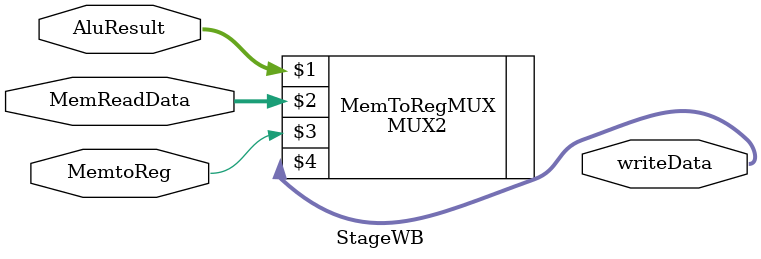
<source format=v>
module StageWB(input[31:0] MemReadData , AluResult, input MemtoReg , output[31:0] writeData);
  
  MUX2 MemToRegMUX(AluResult ,MemReadData,MemtoReg,writeData);
  
endmodule

</source>
